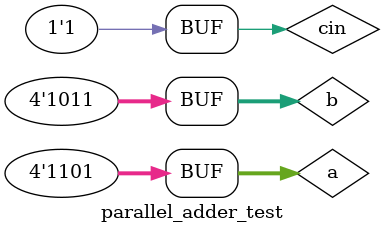
<source format=v>
`timescale 1ns / 1ps


module parallel_adder_test;

	// Inputs
	reg [3:0] a;
	reg [3:0] b;
	reg cin;

	// Outputs
	wire [3:0] sum;
	wire cout;

	// Instantiate the Unit Under Test (UUT)
	parallel_adder uut (
		.sum(sum), 
		.cout(cout), 
		.a(a), 
		.b(b), 
		.cin(cin)
	);

	initial begin
		// Initialize Inputs
		a = 0;
		b = 0;
		cin = 0;

		// Wait 100 ns for global reset to finish
		#100;
		a=4'b1000;
		b=4'b1000;
		cin=0;
		
		
		#100;
		
		a=4'b1101;
		b=4'b1011;
		cin=1;
		#100;
        
		// Add stimulus here

	end
      
endmodule


</source>
